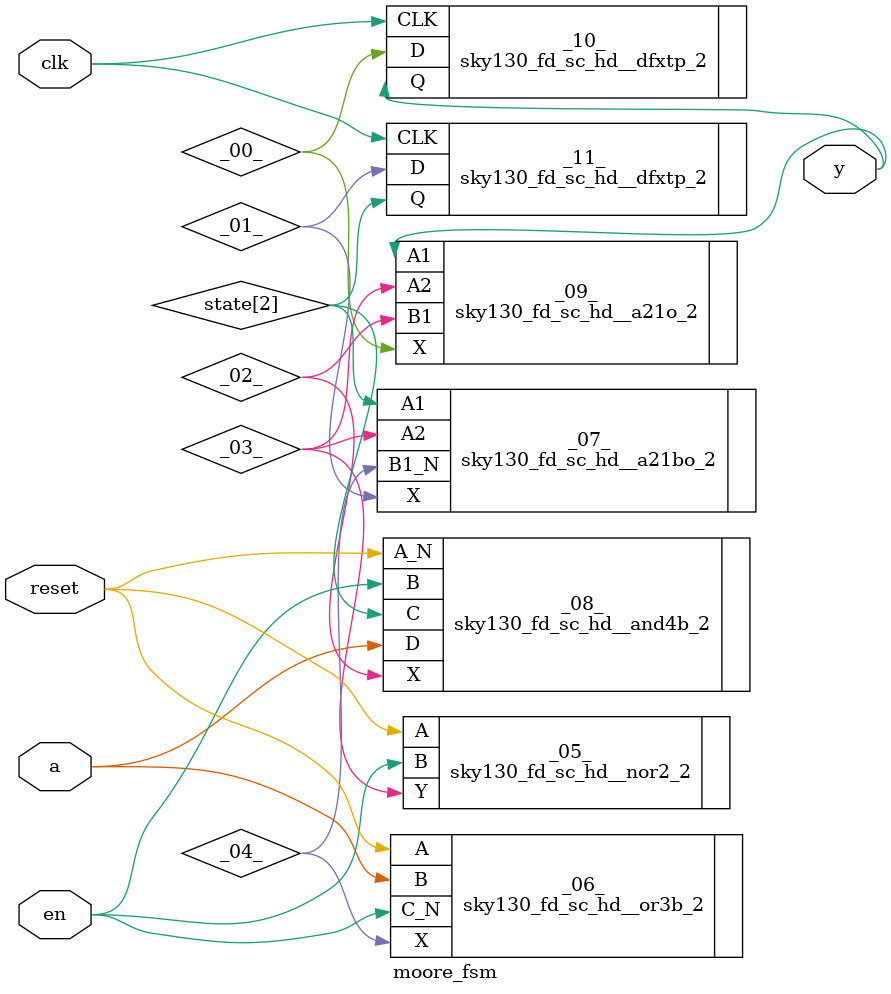
<source format=v>
/* Generated by Yosys 0.12+45 (git sha1 UNKNOWN, gcc 8.3.1 -fPIC -Os) */

module moore_fsm(clk, reset, en, a, y);
  wire _00_;
  wire _01_;
  wire _02_;
  wire _03_;
  wire _04_;
  input a;
  input clk;
  input en;
  input reset;
  wire \state[2] ;
  output y;
  sky130_fd_sc_hd__nor2_2 _05_ (
    .A(reset),
    .B(en),
    .Y(_03_)
  );
  sky130_fd_sc_hd__or3b_2 _06_ (
    .A(reset),
    .B(a),
    .C_N(en),
    .X(_04_)
  );
  sky130_fd_sc_hd__a21bo_2 _07_ (
    .A1(\state[2] ),
    .A2(_03_),
    .B1_N(_04_),
    .X(_01_)
  );
  sky130_fd_sc_hd__and4b_2 _08_ (
    .A_N(reset),
    .B(en),
    .C(\state[2] ),
    .D(a),
    .X(_02_)
  );
  sky130_fd_sc_hd__a21o_2 _09_ (
    .A1(y),
    .A2(_03_),
    .B1(_02_),
    .X(_00_)
  );
  sky130_fd_sc_hd__dfxtp_2 _10_ (
    .CLK(clk),
    .D(_00_),
    .Q(y)
  );
  sky130_fd_sc_hd__dfxtp_2 _11_ (
    .CLK(clk),
    .D(_01_),
    .Q(\state[2] )
  );
endmodule

</source>
